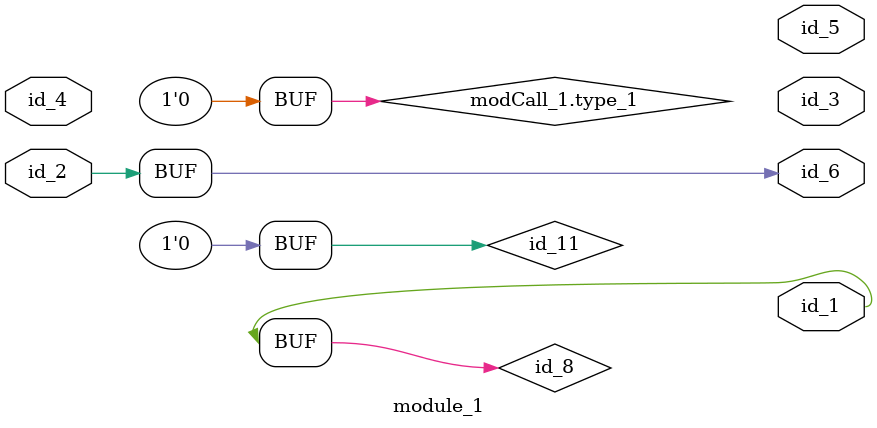
<source format=v>
module module_0 ();
  assign id_1 = id_1;
  supply0 id_2;
  assign id_2 = 1;
  tri id_3 = 1;
  always id_1 = id_2;
  wire id_4;
endmodule
module module_1 (
    id_1,
    id_2,
    id_3,
    id_4,
    id_5,
    id_6
);
  output wire id_6;
  output wire id_5;
  input wire id_4;
  output wire id_3;
  input wire id_2;
  output wire id_1;
  wire id_7, id_8;
  generate
  endgenerate
  assign id_1 = id_8;
  integer id_9;
  assign id_6 = id_2;
  module_0 modCall_1 ();
  assign modCall_1.type_1 = 0;
  wire id_10;
  wand id_11;
  genvar id_12;
  assign id_11 = 1'b0;
endmodule

</source>
